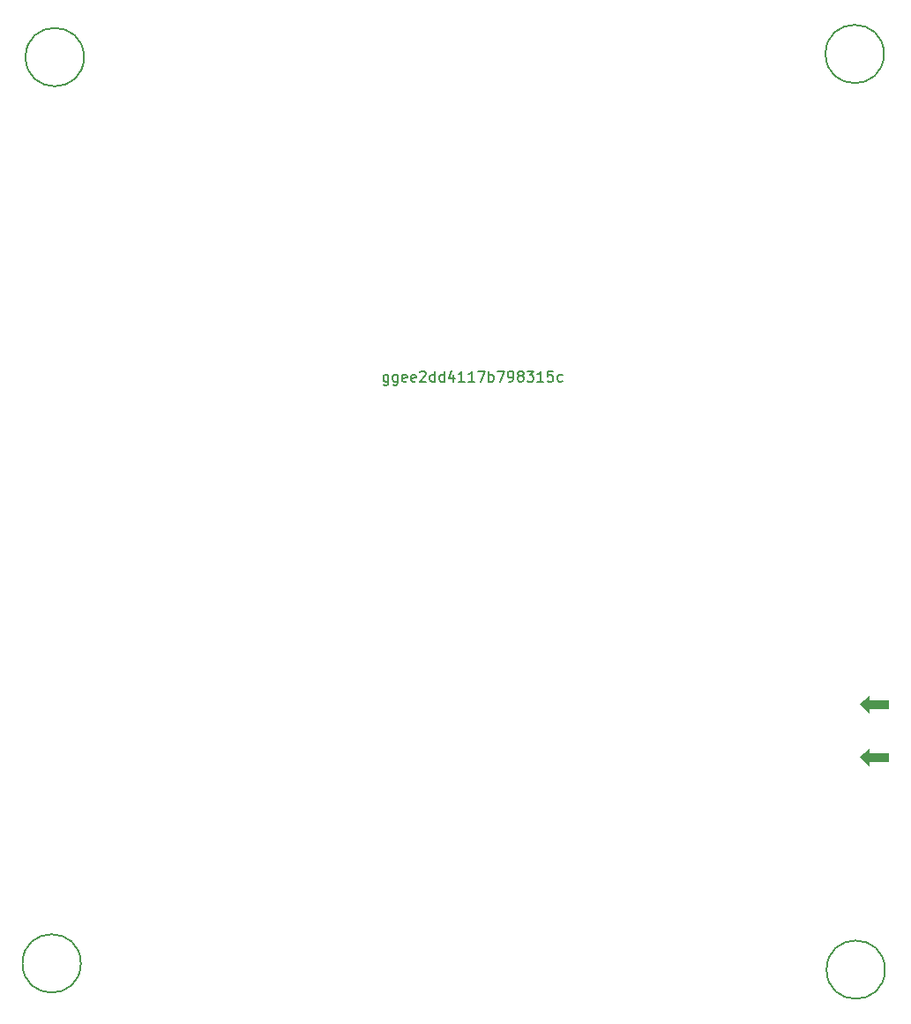
<source format=gbr>
%TF.GenerationSoftware,KiCad,Pcbnew,8.0.1*%
%TF.CreationDate,2024-06-22T21:51:16+08:00*%
%TF.ProjectId,car,6361722e-6b69-4636-9164-5f7063625858,rev?*%
%TF.SameCoordinates,Original*%
%TF.FileFunction,Other,Comment*%
%FSLAX46Y46*%
G04 Gerber Fmt 4.6, Leading zero omitted, Abs format (unit mm)*
G04 Created by KiCad (PCBNEW 8.0.1) date 2024-06-22 21:51:16*
%MOMM*%
%LPD*%
G01*
G04 APERTURE LIST*
%ADD10C,0.150000*%
%ADD11C,0.000000*%
G04 APERTURE END LIST*
D10*
X166910951Y-86389152D02*
X166910951Y-87198676D01*
X166910951Y-87198676D02*
X166863332Y-87293914D01*
X166863332Y-87293914D02*
X166815713Y-87341533D01*
X166815713Y-87341533D02*
X166720475Y-87389152D01*
X166720475Y-87389152D02*
X166577618Y-87389152D01*
X166577618Y-87389152D02*
X166482380Y-87341533D01*
X166910951Y-87008200D02*
X166815713Y-87055819D01*
X166815713Y-87055819D02*
X166625237Y-87055819D01*
X166625237Y-87055819D02*
X166529999Y-87008200D01*
X166529999Y-87008200D02*
X166482380Y-86960580D01*
X166482380Y-86960580D02*
X166434761Y-86865342D01*
X166434761Y-86865342D02*
X166434761Y-86579628D01*
X166434761Y-86579628D02*
X166482380Y-86484390D01*
X166482380Y-86484390D02*
X166529999Y-86436771D01*
X166529999Y-86436771D02*
X166625237Y-86389152D01*
X166625237Y-86389152D02*
X166815713Y-86389152D01*
X166815713Y-86389152D02*
X166910951Y-86436771D01*
X167815713Y-86389152D02*
X167815713Y-87198676D01*
X167815713Y-87198676D02*
X167768094Y-87293914D01*
X167768094Y-87293914D02*
X167720475Y-87341533D01*
X167720475Y-87341533D02*
X167625237Y-87389152D01*
X167625237Y-87389152D02*
X167482380Y-87389152D01*
X167482380Y-87389152D02*
X167387142Y-87341533D01*
X167815713Y-87008200D02*
X167720475Y-87055819D01*
X167720475Y-87055819D02*
X167529999Y-87055819D01*
X167529999Y-87055819D02*
X167434761Y-87008200D01*
X167434761Y-87008200D02*
X167387142Y-86960580D01*
X167387142Y-86960580D02*
X167339523Y-86865342D01*
X167339523Y-86865342D02*
X167339523Y-86579628D01*
X167339523Y-86579628D02*
X167387142Y-86484390D01*
X167387142Y-86484390D02*
X167434761Y-86436771D01*
X167434761Y-86436771D02*
X167529999Y-86389152D01*
X167529999Y-86389152D02*
X167720475Y-86389152D01*
X167720475Y-86389152D02*
X167815713Y-86436771D01*
X168672856Y-87008200D02*
X168577618Y-87055819D01*
X168577618Y-87055819D02*
X168387142Y-87055819D01*
X168387142Y-87055819D02*
X168291904Y-87008200D01*
X168291904Y-87008200D02*
X168244285Y-86912961D01*
X168244285Y-86912961D02*
X168244285Y-86532009D01*
X168244285Y-86532009D02*
X168291904Y-86436771D01*
X168291904Y-86436771D02*
X168387142Y-86389152D01*
X168387142Y-86389152D02*
X168577618Y-86389152D01*
X168577618Y-86389152D02*
X168672856Y-86436771D01*
X168672856Y-86436771D02*
X168720475Y-86532009D01*
X168720475Y-86532009D02*
X168720475Y-86627247D01*
X168720475Y-86627247D02*
X168244285Y-86722485D01*
X169529999Y-87008200D02*
X169434761Y-87055819D01*
X169434761Y-87055819D02*
X169244285Y-87055819D01*
X169244285Y-87055819D02*
X169149047Y-87008200D01*
X169149047Y-87008200D02*
X169101428Y-86912961D01*
X169101428Y-86912961D02*
X169101428Y-86532009D01*
X169101428Y-86532009D02*
X169149047Y-86436771D01*
X169149047Y-86436771D02*
X169244285Y-86389152D01*
X169244285Y-86389152D02*
X169434761Y-86389152D01*
X169434761Y-86389152D02*
X169529999Y-86436771D01*
X169529999Y-86436771D02*
X169577618Y-86532009D01*
X169577618Y-86532009D02*
X169577618Y-86627247D01*
X169577618Y-86627247D02*
X169101428Y-86722485D01*
X169958571Y-86151057D02*
X170006190Y-86103438D01*
X170006190Y-86103438D02*
X170101428Y-86055819D01*
X170101428Y-86055819D02*
X170339523Y-86055819D01*
X170339523Y-86055819D02*
X170434761Y-86103438D01*
X170434761Y-86103438D02*
X170482380Y-86151057D01*
X170482380Y-86151057D02*
X170529999Y-86246295D01*
X170529999Y-86246295D02*
X170529999Y-86341533D01*
X170529999Y-86341533D02*
X170482380Y-86484390D01*
X170482380Y-86484390D02*
X169910952Y-87055819D01*
X169910952Y-87055819D02*
X170529999Y-87055819D01*
X171387142Y-87055819D02*
X171387142Y-86055819D01*
X171387142Y-87008200D02*
X171291904Y-87055819D01*
X171291904Y-87055819D02*
X171101428Y-87055819D01*
X171101428Y-87055819D02*
X171006190Y-87008200D01*
X171006190Y-87008200D02*
X170958571Y-86960580D01*
X170958571Y-86960580D02*
X170910952Y-86865342D01*
X170910952Y-86865342D02*
X170910952Y-86579628D01*
X170910952Y-86579628D02*
X170958571Y-86484390D01*
X170958571Y-86484390D02*
X171006190Y-86436771D01*
X171006190Y-86436771D02*
X171101428Y-86389152D01*
X171101428Y-86389152D02*
X171291904Y-86389152D01*
X171291904Y-86389152D02*
X171387142Y-86436771D01*
X172291904Y-87055819D02*
X172291904Y-86055819D01*
X172291904Y-87008200D02*
X172196666Y-87055819D01*
X172196666Y-87055819D02*
X172006190Y-87055819D01*
X172006190Y-87055819D02*
X171910952Y-87008200D01*
X171910952Y-87008200D02*
X171863333Y-86960580D01*
X171863333Y-86960580D02*
X171815714Y-86865342D01*
X171815714Y-86865342D02*
X171815714Y-86579628D01*
X171815714Y-86579628D02*
X171863333Y-86484390D01*
X171863333Y-86484390D02*
X171910952Y-86436771D01*
X171910952Y-86436771D02*
X172006190Y-86389152D01*
X172006190Y-86389152D02*
X172196666Y-86389152D01*
X172196666Y-86389152D02*
X172291904Y-86436771D01*
X173196666Y-86389152D02*
X173196666Y-87055819D01*
X172958571Y-86008200D02*
X172720476Y-86722485D01*
X172720476Y-86722485D02*
X173339523Y-86722485D01*
X174244285Y-87055819D02*
X173672857Y-87055819D01*
X173958571Y-87055819D02*
X173958571Y-86055819D01*
X173958571Y-86055819D02*
X173863333Y-86198676D01*
X173863333Y-86198676D02*
X173768095Y-86293914D01*
X173768095Y-86293914D02*
X173672857Y-86341533D01*
X175196666Y-87055819D02*
X174625238Y-87055819D01*
X174910952Y-87055819D02*
X174910952Y-86055819D01*
X174910952Y-86055819D02*
X174815714Y-86198676D01*
X174815714Y-86198676D02*
X174720476Y-86293914D01*
X174720476Y-86293914D02*
X174625238Y-86341533D01*
X175530000Y-86055819D02*
X176196666Y-86055819D01*
X176196666Y-86055819D02*
X175768095Y-87055819D01*
X176577619Y-87055819D02*
X176577619Y-86055819D01*
X176577619Y-86436771D02*
X176672857Y-86389152D01*
X176672857Y-86389152D02*
X176863333Y-86389152D01*
X176863333Y-86389152D02*
X176958571Y-86436771D01*
X176958571Y-86436771D02*
X177006190Y-86484390D01*
X177006190Y-86484390D02*
X177053809Y-86579628D01*
X177053809Y-86579628D02*
X177053809Y-86865342D01*
X177053809Y-86865342D02*
X177006190Y-86960580D01*
X177006190Y-86960580D02*
X176958571Y-87008200D01*
X176958571Y-87008200D02*
X176863333Y-87055819D01*
X176863333Y-87055819D02*
X176672857Y-87055819D01*
X176672857Y-87055819D02*
X176577619Y-87008200D01*
X177387143Y-86055819D02*
X178053809Y-86055819D01*
X178053809Y-86055819D02*
X177625238Y-87055819D01*
X178482381Y-87055819D02*
X178672857Y-87055819D01*
X178672857Y-87055819D02*
X178768095Y-87008200D01*
X178768095Y-87008200D02*
X178815714Y-86960580D01*
X178815714Y-86960580D02*
X178910952Y-86817723D01*
X178910952Y-86817723D02*
X178958571Y-86627247D01*
X178958571Y-86627247D02*
X178958571Y-86246295D01*
X178958571Y-86246295D02*
X178910952Y-86151057D01*
X178910952Y-86151057D02*
X178863333Y-86103438D01*
X178863333Y-86103438D02*
X178768095Y-86055819D01*
X178768095Y-86055819D02*
X178577619Y-86055819D01*
X178577619Y-86055819D02*
X178482381Y-86103438D01*
X178482381Y-86103438D02*
X178434762Y-86151057D01*
X178434762Y-86151057D02*
X178387143Y-86246295D01*
X178387143Y-86246295D02*
X178387143Y-86484390D01*
X178387143Y-86484390D02*
X178434762Y-86579628D01*
X178434762Y-86579628D02*
X178482381Y-86627247D01*
X178482381Y-86627247D02*
X178577619Y-86674866D01*
X178577619Y-86674866D02*
X178768095Y-86674866D01*
X178768095Y-86674866D02*
X178863333Y-86627247D01*
X178863333Y-86627247D02*
X178910952Y-86579628D01*
X178910952Y-86579628D02*
X178958571Y-86484390D01*
X179530000Y-86484390D02*
X179434762Y-86436771D01*
X179434762Y-86436771D02*
X179387143Y-86389152D01*
X179387143Y-86389152D02*
X179339524Y-86293914D01*
X179339524Y-86293914D02*
X179339524Y-86246295D01*
X179339524Y-86246295D02*
X179387143Y-86151057D01*
X179387143Y-86151057D02*
X179434762Y-86103438D01*
X179434762Y-86103438D02*
X179530000Y-86055819D01*
X179530000Y-86055819D02*
X179720476Y-86055819D01*
X179720476Y-86055819D02*
X179815714Y-86103438D01*
X179815714Y-86103438D02*
X179863333Y-86151057D01*
X179863333Y-86151057D02*
X179910952Y-86246295D01*
X179910952Y-86246295D02*
X179910952Y-86293914D01*
X179910952Y-86293914D02*
X179863333Y-86389152D01*
X179863333Y-86389152D02*
X179815714Y-86436771D01*
X179815714Y-86436771D02*
X179720476Y-86484390D01*
X179720476Y-86484390D02*
X179530000Y-86484390D01*
X179530000Y-86484390D02*
X179434762Y-86532009D01*
X179434762Y-86532009D02*
X179387143Y-86579628D01*
X179387143Y-86579628D02*
X179339524Y-86674866D01*
X179339524Y-86674866D02*
X179339524Y-86865342D01*
X179339524Y-86865342D02*
X179387143Y-86960580D01*
X179387143Y-86960580D02*
X179434762Y-87008200D01*
X179434762Y-87008200D02*
X179530000Y-87055819D01*
X179530000Y-87055819D02*
X179720476Y-87055819D01*
X179720476Y-87055819D02*
X179815714Y-87008200D01*
X179815714Y-87008200D02*
X179863333Y-86960580D01*
X179863333Y-86960580D02*
X179910952Y-86865342D01*
X179910952Y-86865342D02*
X179910952Y-86674866D01*
X179910952Y-86674866D02*
X179863333Y-86579628D01*
X179863333Y-86579628D02*
X179815714Y-86532009D01*
X179815714Y-86532009D02*
X179720476Y-86484390D01*
X180244286Y-86055819D02*
X180863333Y-86055819D01*
X180863333Y-86055819D02*
X180530000Y-86436771D01*
X180530000Y-86436771D02*
X180672857Y-86436771D01*
X180672857Y-86436771D02*
X180768095Y-86484390D01*
X180768095Y-86484390D02*
X180815714Y-86532009D01*
X180815714Y-86532009D02*
X180863333Y-86627247D01*
X180863333Y-86627247D02*
X180863333Y-86865342D01*
X180863333Y-86865342D02*
X180815714Y-86960580D01*
X180815714Y-86960580D02*
X180768095Y-87008200D01*
X180768095Y-87008200D02*
X180672857Y-87055819D01*
X180672857Y-87055819D02*
X180387143Y-87055819D01*
X180387143Y-87055819D02*
X180291905Y-87008200D01*
X180291905Y-87008200D02*
X180244286Y-86960580D01*
X181815714Y-87055819D02*
X181244286Y-87055819D01*
X181530000Y-87055819D02*
X181530000Y-86055819D01*
X181530000Y-86055819D02*
X181434762Y-86198676D01*
X181434762Y-86198676D02*
X181339524Y-86293914D01*
X181339524Y-86293914D02*
X181244286Y-86341533D01*
X182720476Y-86055819D02*
X182244286Y-86055819D01*
X182244286Y-86055819D02*
X182196667Y-86532009D01*
X182196667Y-86532009D02*
X182244286Y-86484390D01*
X182244286Y-86484390D02*
X182339524Y-86436771D01*
X182339524Y-86436771D02*
X182577619Y-86436771D01*
X182577619Y-86436771D02*
X182672857Y-86484390D01*
X182672857Y-86484390D02*
X182720476Y-86532009D01*
X182720476Y-86532009D02*
X182768095Y-86627247D01*
X182768095Y-86627247D02*
X182768095Y-86865342D01*
X182768095Y-86865342D02*
X182720476Y-86960580D01*
X182720476Y-86960580D02*
X182672857Y-87008200D01*
X182672857Y-87008200D02*
X182577619Y-87055819D01*
X182577619Y-87055819D02*
X182339524Y-87055819D01*
X182339524Y-87055819D02*
X182244286Y-87008200D01*
X182244286Y-87008200D02*
X182196667Y-86960580D01*
X183625238Y-87008200D02*
X183530000Y-87055819D01*
X183530000Y-87055819D02*
X183339524Y-87055819D01*
X183339524Y-87055819D02*
X183244286Y-87008200D01*
X183244286Y-87008200D02*
X183196667Y-86960580D01*
X183196667Y-86960580D02*
X183149048Y-86865342D01*
X183149048Y-86865342D02*
X183149048Y-86579628D01*
X183149048Y-86579628D02*
X183196667Y-86484390D01*
X183196667Y-86484390D02*
X183244286Y-86436771D01*
X183244286Y-86436771D02*
X183339524Y-86389152D01*
X183339524Y-86389152D02*
X183530000Y-86389152D01*
X183530000Y-86389152D02*
X183625238Y-86436771D01*
%TO.C,H4*%
X214600000Y-143500000D02*
G75*
G02*
X209000000Y-143500000I-2800000J0D01*
G01*
X209000000Y-143500000D02*
G75*
G02*
X214600000Y-143500000I2800000J0D01*
G01*
%TO.C,H2*%
X214500000Y-55600000D02*
G75*
G02*
X208900000Y-55600000I-2800000J0D01*
G01*
X208900000Y-55600000D02*
G75*
G02*
X214500000Y-55600000I2800000J0D01*
G01*
%TO.C,H3*%
X137400000Y-142900000D02*
G75*
G02*
X131800000Y-142900000I-2800000J0D01*
G01*
X131800000Y-142900000D02*
G75*
G02*
X137400000Y-142900000I2800000J0D01*
G01*
D11*
%TO.C,J13*%
G36*
X213100000Y-118920000D02*
G01*
X212200000Y-118020000D01*
X213100000Y-117220000D01*
X213100000Y-118920000D01*
G37*
G36*
X213100000Y-124000000D02*
G01*
X212200000Y-123100000D01*
X213100000Y-122300000D01*
X213100000Y-124000000D01*
G37*
G36*
X215000000Y-118450000D02*
G01*
X213100000Y-118450000D01*
X213100000Y-117650000D01*
X215000000Y-117650000D01*
X215000000Y-118450000D01*
G37*
G36*
X215000000Y-123530000D02*
G01*
X213100000Y-123530000D01*
X213100000Y-122730000D01*
X215000000Y-122730000D01*
X215000000Y-123530000D01*
G37*
D10*
%TO.C,H1*%
X137700000Y-55900000D02*
G75*
G02*
X132100000Y-55900000I-2800000J0D01*
G01*
X132100000Y-55900000D02*
G75*
G02*
X137700000Y-55900000I2800000J0D01*
G01*
%TD*%
M02*

</source>
